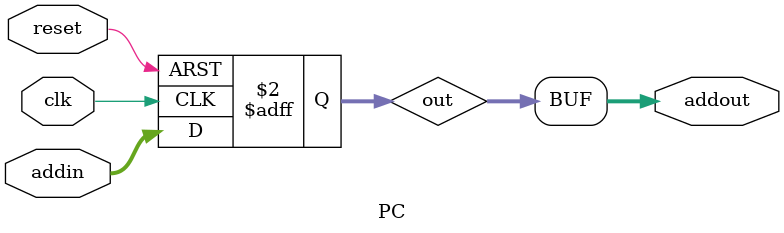
<source format=v>
module PC
#(parameter size=12)
(
 input clk,reset,input [size-1:0] addin,
 output [size-1:0] addout
);
reg [size-1:0] out;
assign addout=out;
always @(posedge clk,posedge reset)
begin
if(reset)
 out<=0;
else

 out <= addin;
end

endmodule

</source>
